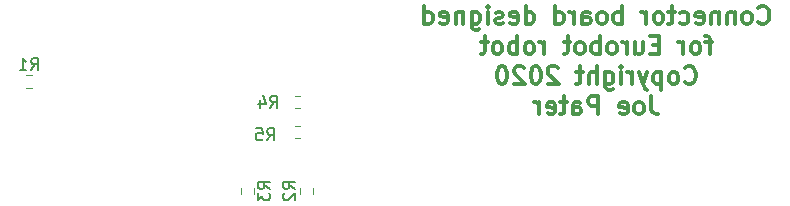
<source format=gbr>
%TF.GenerationSoftware,KiCad,Pcbnew,5.1.8-5.fc33*%
%TF.CreationDate,2020-12-26T13:36:50+00:00*%
%TF.ProjectId,breakout,62726561-6b6f-4757-942e-6b696361645f,rev?*%
%TF.SameCoordinates,Original*%
%TF.FileFunction,Legend,Bot*%
%TF.FilePolarity,Positive*%
%FSLAX46Y46*%
G04 Gerber Fmt 4.6, Leading zero omitted, Abs format (unit mm)*
G04 Created by KiCad (PCBNEW 5.1.8-5.fc33) date 2020-12-26 13:36:50*
%MOMM*%
%LPD*%
G01*
G04 APERTURE LIST*
%ADD10C,0.300000*%
%ADD11C,0.120000*%
%ADD12C,0.150000*%
G04 APERTURE END LIST*
D10*
X164514285Y-118710714D02*
X164585714Y-118782142D01*
X164800000Y-118853571D01*
X164942857Y-118853571D01*
X165157142Y-118782142D01*
X165300000Y-118639285D01*
X165371428Y-118496428D01*
X165442857Y-118210714D01*
X165442857Y-117996428D01*
X165371428Y-117710714D01*
X165300000Y-117567857D01*
X165157142Y-117425000D01*
X164942857Y-117353571D01*
X164800000Y-117353571D01*
X164585714Y-117425000D01*
X164514285Y-117496428D01*
X163657142Y-118853571D02*
X163800000Y-118782142D01*
X163871428Y-118710714D01*
X163942857Y-118567857D01*
X163942857Y-118139285D01*
X163871428Y-117996428D01*
X163800000Y-117925000D01*
X163657142Y-117853571D01*
X163442857Y-117853571D01*
X163300000Y-117925000D01*
X163228571Y-117996428D01*
X163157142Y-118139285D01*
X163157142Y-118567857D01*
X163228571Y-118710714D01*
X163300000Y-118782142D01*
X163442857Y-118853571D01*
X163657142Y-118853571D01*
X162514285Y-117853571D02*
X162514285Y-118853571D01*
X162514285Y-117996428D02*
X162442857Y-117925000D01*
X162300000Y-117853571D01*
X162085714Y-117853571D01*
X161942857Y-117925000D01*
X161871428Y-118067857D01*
X161871428Y-118853571D01*
X161157142Y-117853571D02*
X161157142Y-118853571D01*
X161157142Y-117996428D02*
X161085714Y-117925000D01*
X160942857Y-117853571D01*
X160728571Y-117853571D01*
X160585714Y-117925000D01*
X160514285Y-118067857D01*
X160514285Y-118853571D01*
X159228571Y-118782142D02*
X159371428Y-118853571D01*
X159657142Y-118853571D01*
X159800000Y-118782142D01*
X159871428Y-118639285D01*
X159871428Y-118067857D01*
X159800000Y-117925000D01*
X159657142Y-117853571D01*
X159371428Y-117853571D01*
X159228571Y-117925000D01*
X159157142Y-118067857D01*
X159157142Y-118210714D01*
X159871428Y-118353571D01*
X157871428Y-118782142D02*
X158014285Y-118853571D01*
X158300000Y-118853571D01*
X158442857Y-118782142D01*
X158514285Y-118710714D01*
X158585714Y-118567857D01*
X158585714Y-118139285D01*
X158514285Y-117996428D01*
X158442857Y-117925000D01*
X158300000Y-117853571D01*
X158014285Y-117853571D01*
X157871428Y-117925000D01*
X157442857Y-117853571D02*
X156871428Y-117853571D01*
X157228571Y-117353571D02*
X157228571Y-118639285D01*
X157157142Y-118782142D01*
X157014285Y-118853571D01*
X156871428Y-118853571D01*
X156157142Y-118853571D02*
X156300000Y-118782142D01*
X156371428Y-118710714D01*
X156442857Y-118567857D01*
X156442857Y-118139285D01*
X156371428Y-117996428D01*
X156300000Y-117925000D01*
X156157142Y-117853571D01*
X155942857Y-117853571D01*
X155800000Y-117925000D01*
X155728571Y-117996428D01*
X155657142Y-118139285D01*
X155657142Y-118567857D01*
X155728571Y-118710714D01*
X155800000Y-118782142D01*
X155942857Y-118853571D01*
X156157142Y-118853571D01*
X155014285Y-118853571D02*
X155014285Y-117853571D01*
X155014285Y-118139285D02*
X154942857Y-117996428D01*
X154871428Y-117925000D01*
X154728571Y-117853571D01*
X154585714Y-117853571D01*
X152942857Y-118853571D02*
X152942857Y-117353571D01*
X152942857Y-117925000D02*
X152800000Y-117853571D01*
X152514285Y-117853571D01*
X152371428Y-117925000D01*
X152300000Y-117996428D01*
X152228571Y-118139285D01*
X152228571Y-118567857D01*
X152300000Y-118710714D01*
X152371428Y-118782142D01*
X152514285Y-118853571D01*
X152800000Y-118853571D01*
X152942857Y-118782142D01*
X151371428Y-118853571D02*
X151514285Y-118782142D01*
X151585714Y-118710714D01*
X151657142Y-118567857D01*
X151657142Y-118139285D01*
X151585714Y-117996428D01*
X151514285Y-117925000D01*
X151371428Y-117853571D01*
X151157142Y-117853571D01*
X151014285Y-117925000D01*
X150942857Y-117996428D01*
X150871428Y-118139285D01*
X150871428Y-118567857D01*
X150942857Y-118710714D01*
X151014285Y-118782142D01*
X151157142Y-118853571D01*
X151371428Y-118853571D01*
X149585714Y-118853571D02*
X149585714Y-118067857D01*
X149657142Y-117925000D01*
X149800000Y-117853571D01*
X150085714Y-117853571D01*
X150228571Y-117925000D01*
X149585714Y-118782142D02*
X149728571Y-118853571D01*
X150085714Y-118853571D01*
X150228571Y-118782142D01*
X150300000Y-118639285D01*
X150300000Y-118496428D01*
X150228571Y-118353571D01*
X150085714Y-118282142D01*
X149728571Y-118282142D01*
X149585714Y-118210714D01*
X148871428Y-118853571D02*
X148871428Y-117853571D01*
X148871428Y-118139285D02*
X148800000Y-117996428D01*
X148728571Y-117925000D01*
X148585714Y-117853571D01*
X148442857Y-117853571D01*
X147300000Y-118853571D02*
X147300000Y-117353571D01*
X147300000Y-118782142D02*
X147442857Y-118853571D01*
X147728571Y-118853571D01*
X147871428Y-118782142D01*
X147942857Y-118710714D01*
X148014285Y-118567857D01*
X148014285Y-118139285D01*
X147942857Y-117996428D01*
X147871428Y-117925000D01*
X147728571Y-117853571D01*
X147442857Y-117853571D01*
X147300000Y-117925000D01*
X144800000Y-118853571D02*
X144800000Y-117353571D01*
X144800000Y-118782142D02*
X144942857Y-118853571D01*
X145228571Y-118853571D01*
X145371428Y-118782142D01*
X145442857Y-118710714D01*
X145514285Y-118567857D01*
X145514285Y-118139285D01*
X145442857Y-117996428D01*
X145371428Y-117925000D01*
X145228571Y-117853571D01*
X144942857Y-117853571D01*
X144800000Y-117925000D01*
X143514285Y-118782142D02*
X143657142Y-118853571D01*
X143942857Y-118853571D01*
X144085714Y-118782142D01*
X144157142Y-118639285D01*
X144157142Y-118067857D01*
X144085714Y-117925000D01*
X143942857Y-117853571D01*
X143657142Y-117853571D01*
X143514285Y-117925000D01*
X143442857Y-118067857D01*
X143442857Y-118210714D01*
X144157142Y-118353571D01*
X142871428Y-118782142D02*
X142728571Y-118853571D01*
X142442857Y-118853571D01*
X142300000Y-118782142D01*
X142228571Y-118639285D01*
X142228571Y-118567857D01*
X142300000Y-118425000D01*
X142442857Y-118353571D01*
X142657142Y-118353571D01*
X142800000Y-118282142D01*
X142871428Y-118139285D01*
X142871428Y-118067857D01*
X142800000Y-117925000D01*
X142657142Y-117853571D01*
X142442857Y-117853571D01*
X142300000Y-117925000D01*
X141585714Y-118853571D02*
X141585714Y-117853571D01*
X141585714Y-117353571D02*
X141657142Y-117425000D01*
X141585714Y-117496428D01*
X141514285Y-117425000D01*
X141585714Y-117353571D01*
X141585714Y-117496428D01*
X140228571Y-117853571D02*
X140228571Y-119067857D01*
X140300000Y-119210714D01*
X140371428Y-119282142D01*
X140514285Y-119353571D01*
X140728571Y-119353571D01*
X140871428Y-119282142D01*
X140228571Y-118782142D02*
X140371428Y-118853571D01*
X140657142Y-118853571D01*
X140800000Y-118782142D01*
X140871428Y-118710714D01*
X140942857Y-118567857D01*
X140942857Y-118139285D01*
X140871428Y-117996428D01*
X140800000Y-117925000D01*
X140657142Y-117853571D01*
X140371428Y-117853571D01*
X140228571Y-117925000D01*
X139514285Y-117853571D02*
X139514285Y-118853571D01*
X139514285Y-117996428D02*
X139442857Y-117925000D01*
X139300000Y-117853571D01*
X139085714Y-117853571D01*
X138942857Y-117925000D01*
X138871428Y-118067857D01*
X138871428Y-118853571D01*
X137585714Y-118782142D02*
X137728571Y-118853571D01*
X138014285Y-118853571D01*
X138157142Y-118782142D01*
X138228571Y-118639285D01*
X138228571Y-118067857D01*
X138157142Y-117925000D01*
X138014285Y-117853571D01*
X137728571Y-117853571D01*
X137585714Y-117925000D01*
X137514285Y-118067857D01*
X137514285Y-118210714D01*
X138228571Y-118353571D01*
X136228571Y-118853571D02*
X136228571Y-117353571D01*
X136228571Y-118782142D02*
X136371428Y-118853571D01*
X136657142Y-118853571D01*
X136800000Y-118782142D01*
X136871428Y-118710714D01*
X136942857Y-118567857D01*
X136942857Y-118139285D01*
X136871428Y-117996428D01*
X136800000Y-117925000D01*
X136657142Y-117853571D01*
X136371428Y-117853571D01*
X136228571Y-117925000D01*
X160585714Y-120403571D02*
X160014285Y-120403571D01*
X160371428Y-121403571D02*
X160371428Y-120117857D01*
X160300000Y-119975000D01*
X160157142Y-119903571D01*
X160014285Y-119903571D01*
X159300000Y-121403571D02*
X159442857Y-121332142D01*
X159514285Y-121260714D01*
X159585714Y-121117857D01*
X159585714Y-120689285D01*
X159514285Y-120546428D01*
X159442857Y-120475000D01*
X159300000Y-120403571D01*
X159085714Y-120403571D01*
X158942857Y-120475000D01*
X158871428Y-120546428D01*
X158800000Y-120689285D01*
X158800000Y-121117857D01*
X158871428Y-121260714D01*
X158942857Y-121332142D01*
X159085714Y-121403571D01*
X159300000Y-121403571D01*
X158157142Y-121403571D02*
X158157142Y-120403571D01*
X158157142Y-120689285D02*
X158085714Y-120546428D01*
X158014285Y-120475000D01*
X157871428Y-120403571D01*
X157728571Y-120403571D01*
X156085714Y-120617857D02*
X155585714Y-120617857D01*
X155371428Y-121403571D02*
X156085714Y-121403571D01*
X156085714Y-119903571D01*
X155371428Y-119903571D01*
X154085714Y-120403571D02*
X154085714Y-121403571D01*
X154728571Y-120403571D02*
X154728571Y-121189285D01*
X154657142Y-121332142D01*
X154514285Y-121403571D01*
X154300000Y-121403571D01*
X154157142Y-121332142D01*
X154085714Y-121260714D01*
X153371428Y-121403571D02*
X153371428Y-120403571D01*
X153371428Y-120689285D02*
X153300000Y-120546428D01*
X153228571Y-120475000D01*
X153085714Y-120403571D01*
X152942857Y-120403571D01*
X152228571Y-121403571D02*
X152371428Y-121332142D01*
X152442857Y-121260714D01*
X152514285Y-121117857D01*
X152514285Y-120689285D01*
X152442857Y-120546428D01*
X152371428Y-120475000D01*
X152228571Y-120403571D01*
X152014285Y-120403571D01*
X151871428Y-120475000D01*
X151800000Y-120546428D01*
X151728571Y-120689285D01*
X151728571Y-121117857D01*
X151800000Y-121260714D01*
X151871428Y-121332142D01*
X152014285Y-121403571D01*
X152228571Y-121403571D01*
X151085714Y-121403571D02*
X151085714Y-119903571D01*
X151085714Y-120475000D02*
X150942857Y-120403571D01*
X150657142Y-120403571D01*
X150514285Y-120475000D01*
X150442857Y-120546428D01*
X150371428Y-120689285D01*
X150371428Y-121117857D01*
X150442857Y-121260714D01*
X150514285Y-121332142D01*
X150657142Y-121403571D01*
X150942857Y-121403571D01*
X151085714Y-121332142D01*
X149514285Y-121403571D02*
X149657142Y-121332142D01*
X149728571Y-121260714D01*
X149800000Y-121117857D01*
X149800000Y-120689285D01*
X149728571Y-120546428D01*
X149657142Y-120475000D01*
X149514285Y-120403571D01*
X149300000Y-120403571D01*
X149157142Y-120475000D01*
X149085714Y-120546428D01*
X149014285Y-120689285D01*
X149014285Y-121117857D01*
X149085714Y-121260714D01*
X149157142Y-121332142D01*
X149300000Y-121403571D01*
X149514285Y-121403571D01*
X148585714Y-120403571D02*
X148014285Y-120403571D01*
X148371428Y-119903571D02*
X148371428Y-121189285D01*
X148300000Y-121332142D01*
X148157142Y-121403571D01*
X148014285Y-121403571D01*
X146371428Y-121403571D02*
X146371428Y-120403571D01*
X146371428Y-120689285D02*
X146300000Y-120546428D01*
X146228571Y-120475000D01*
X146085714Y-120403571D01*
X145942857Y-120403571D01*
X145228571Y-121403571D02*
X145371428Y-121332142D01*
X145442857Y-121260714D01*
X145514285Y-121117857D01*
X145514285Y-120689285D01*
X145442857Y-120546428D01*
X145371428Y-120475000D01*
X145228571Y-120403571D01*
X145014285Y-120403571D01*
X144871428Y-120475000D01*
X144800000Y-120546428D01*
X144728571Y-120689285D01*
X144728571Y-121117857D01*
X144800000Y-121260714D01*
X144871428Y-121332142D01*
X145014285Y-121403571D01*
X145228571Y-121403571D01*
X144085714Y-121403571D02*
X144085714Y-119903571D01*
X144085714Y-120475000D02*
X143942857Y-120403571D01*
X143657142Y-120403571D01*
X143514285Y-120475000D01*
X143442857Y-120546428D01*
X143371428Y-120689285D01*
X143371428Y-121117857D01*
X143442857Y-121260714D01*
X143514285Y-121332142D01*
X143657142Y-121403571D01*
X143942857Y-121403571D01*
X144085714Y-121332142D01*
X142514285Y-121403571D02*
X142657142Y-121332142D01*
X142728571Y-121260714D01*
X142800000Y-121117857D01*
X142800000Y-120689285D01*
X142728571Y-120546428D01*
X142657142Y-120475000D01*
X142514285Y-120403571D01*
X142300000Y-120403571D01*
X142157142Y-120475000D01*
X142085714Y-120546428D01*
X142014285Y-120689285D01*
X142014285Y-121117857D01*
X142085714Y-121260714D01*
X142157142Y-121332142D01*
X142300000Y-121403571D01*
X142514285Y-121403571D01*
X141585714Y-120403571D02*
X141014285Y-120403571D01*
X141371428Y-119903571D02*
X141371428Y-121189285D01*
X141300000Y-121332142D01*
X141157142Y-121403571D01*
X141014285Y-121403571D01*
X158300000Y-123810714D02*
X158371428Y-123882142D01*
X158585714Y-123953571D01*
X158728571Y-123953571D01*
X158942857Y-123882142D01*
X159085714Y-123739285D01*
X159157142Y-123596428D01*
X159228571Y-123310714D01*
X159228571Y-123096428D01*
X159157142Y-122810714D01*
X159085714Y-122667857D01*
X158942857Y-122525000D01*
X158728571Y-122453571D01*
X158585714Y-122453571D01*
X158371428Y-122525000D01*
X158300000Y-122596428D01*
X157442857Y-123953571D02*
X157585714Y-123882142D01*
X157657142Y-123810714D01*
X157728571Y-123667857D01*
X157728571Y-123239285D01*
X157657142Y-123096428D01*
X157585714Y-123025000D01*
X157442857Y-122953571D01*
X157228571Y-122953571D01*
X157085714Y-123025000D01*
X157014285Y-123096428D01*
X156942857Y-123239285D01*
X156942857Y-123667857D01*
X157014285Y-123810714D01*
X157085714Y-123882142D01*
X157228571Y-123953571D01*
X157442857Y-123953571D01*
X156300000Y-122953571D02*
X156300000Y-124453571D01*
X156300000Y-123025000D02*
X156157142Y-122953571D01*
X155871428Y-122953571D01*
X155728571Y-123025000D01*
X155657142Y-123096428D01*
X155585714Y-123239285D01*
X155585714Y-123667857D01*
X155657142Y-123810714D01*
X155728571Y-123882142D01*
X155871428Y-123953571D01*
X156157142Y-123953571D01*
X156300000Y-123882142D01*
X155085714Y-122953571D02*
X154728571Y-123953571D01*
X154371428Y-122953571D02*
X154728571Y-123953571D01*
X154871428Y-124310714D01*
X154942857Y-124382142D01*
X155085714Y-124453571D01*
X153800000Y-123953571D02*
X153800000Y-122953571D01*
X153800000Y-123239285D02*
X153728571Y-123096428D01*
X153657142Y-123025000D01*
X153514285Y-122953571D01*
X153371428Y-122953571D01*
X152871428Y-123953571D02*
X152871428Y-122953571D01*
X152871428Y-122453571D02*
X152942857Y-122525000D01*
X152871428Y-122596428D01*
X152800000Y-122525000D01*
X152871428Y-122453571D01*
X152871428Y-122596428D01*
X151514285Y-122953571D02*
X151514285Y-124167857D01*
X151585714Y-124310714D01*
X151657142Y-124382142D01*
X151800000Y-124453571D01*
X152014285Y-124453571D01*
X152157142Y-124382142D01*
X151514285Y-123882142D02*
X151657142Y-123953571D01*
X151942857Y-123953571D01*
X152085714Y-123882142D01*
X152157142Y-123810714D01*
X152228571Y-123667857D01*
X152228571Y-123239285D01*
X152157142Y-123096428D01*
X152085714Y-123025000D01*
X151942857Y-122953571D01*
X151657142Y-122953571D01*
X151514285Y-123025000D01*
X150800000Y-123953571D02*
X150800000Y-122453571D01*
X150157142Y-123953571D02*
X150157142Y-123167857D01*
X150228571Y-123025000D01*
X150371428Y-122953571D01*
X150585714Y-122953571D01*
X150728571Y-123025000D01*
X150800000Y-123096428D01*
X149657142Y-122953571D02*
X149085714Y-122953571D01*
X149442857Y-122453571D02*
X149442857Y-123739285D01*
X149371428Y-123882142D01*
X149228571Y-123953571D01*
X149085714Y-123953571D01*
X147514285Y-122596428D02*
X147442857Y-122525000D01*
X147300000Y-122453571D01*
X146942857Y-122453571D01*
X146800000Y-122525000D01*
X146728571Y-122596428D01*
X146657142Y-122739285D01*
X146657142Y-122882142D01*
X146728571Y-123096428D01*
X147585714Y-123953571D01*
X146657142Y-123953571D01*
X145728571Y-122453571D02*
X145585714Y-122453571D01*
X145442857Y-122525000D01*
X145371428Y-122596428D01*
X145300000Y-122739285D01*
X145228571Y-123025000D01*
X145228571Y-123382142D01*
X145300000Y-123667857D01*
X145371428Y-123810714D01*
X145442857Y-123882142D01*
X145585714Y-123953571D01*
X145728571Y-123953571D01*
X145871428Y-123882142D01*
X145942857Y-123810714D01*
X146014285Y-123667857D01*
X146085714Y-123382142D01*
X146085714Y-123025000D01*
X146014285Y-122739285D01*
X145942857Y-122596428D01*
X145871428Y-122525000D01*
X145728571Y-122453571D01*
X144657142Y-122596428D02*
X144585714Y-122525000D01*
X144442857Y-122453571D01*
X144085714Y-122453571D01*
X143942857Y-122525000D01*
X143871428Y-122596428D01*
X143800000Y-122739285D01*
X143800000Y-122882142D01*
X143871428Y-123096428D01*
X144728571Y-123953571D01*
X143800000Y-123953571D01*
X142871428Y-122453571D02*
X142728571Y-122453571D01*
X142585714Y-122525000D01*
X142514285Y-122596428D01*
X142442857Y-122739285D01*
X142371428Y-123025000D01*
X142371428Y-123382142D01*
X142442857Y-123667857D01*
X142514285Y-123810714D01*
X142585714Y-123882142D01*
X142728571Y-123953571D01*
X142871428Y-123953571D01*
X143014285Y-123882142D01*
X143085714Y-123810714D01*
X143157142Y-123667857D01*
X143228571Y-123382142D01*
X143228571Y-123025000D01*
X143157142Y-122739285D01*
X143085714Y-122596428D01*
X143014285Y-122525000D01*
X142871428Y-122453571D01*
X155442857Y-125003571D02*
X155442857Y-126075000D01*
X155514285Y-126289285D01*
X155657142Y-126432142D01*
X155871428Y-126503571D01*
X156014285Y-126503571D01*
X154514285Y-126503571D02*
X154657142Y-126432142D01*
X154728571Y-126360714D01*
X154800000Y-126217857D01*
X154800000Y-125789285D01*
X154728571Y-125646428D01*
X154657142Y-125575000D01*
X154514285Y-125503571D01*
X154300000Y-125503571D01*
X154157142Y-125575000D01*
X154085714Y-125646428D01*
X154014285Y-125789285D01*
X154014285Y-126217857D01*
X154085714Y-126360714D01*
X154157142Y-126432142D01*
X154300000Y-126503571D01*
X154514285Y-126503571D01*
X152800000Y-126432142D02*
X152942857Y-126503571D01*
X153228571Y-126503571D01*
X153371428Y-126432142D01*
X153442857Y-126289285D01*
X153442857Y-125717857D01*
X153371428Y-125575000D01*
X153228571Y-125503571D01*
X152942857Y-125503571D01*
X152800000Y-125575000D01*
X152728571Y-125717857D01*
X152728571Y-125860714D01*
X153442857Y-126003571D01*
X150942857Y-126503571D02*
X150942857Y-125003571D01*
X150371428Y-125003571D01*
X150228571Y-125075000D01*
X150157142Y-125146428D01*
X150085714Y-125289285D01*
X150085714Y-125503571D01*
X150157142Y-125646428D01*
X150228571Y-125717857D01*
X150371428Y-125789285D01*
X150942857Y-125789285D01*
X148800000Y-126503571D02*
X148800000Y-125717857D01*
X148871428Y-125575000D01*
X149014285Y-125503571D01*
X149300000Y-125503571D01*
X149442857Y-125575000D01*
X148800000Y-126432142D02*
X148942857Y-126503571D01*
X149300000Y-126503571D01*
X149442857Y-126432142D01*
X149514285Y-126289285D01*
X149514285Y-126146428D01*
X149442857Y-126003571D01*
X149300000Y-125932142D01*
X148942857Y-125932142D01*
X148800000Y-125860714D01*
X148300000Y-125503571D02*
X147728571Y-125503571D01*
X148085714Y-125003571D02*
X148085714Y-126289285D01*
X148014285Y-126432142D01*
X147871428Y-126503571D01*
X147728571Y-126503571D01*
X146657142Y-126432142D02*
X146800000Y-126503571D01*
X147085714Y-126503571D01*
X147228571Y-126432142D01*
X147300000Y-126289285D01*
X147300000Y-125717857D01*
X147228571Y-125575000D01*
X147085714Y-125503571D01*
X146800000Y-125503571D01*
X146657142Y-125575000D01*
X146585714Y-125717857D01*
X146585714Y-125860714D01*
X147300000Y-126003571D01*
X145942857Y-126503571D02*
X145942857Y-125503571D01*
X145942857Y-125789285D02*
X145871428Y-125646428D01*
X145800000Y-125575000D01*
X145657142Y-125503571D01*
X145514285Y-125503571D01*
D11*
%TO.C,R5*%
X125737258Y-128522500D02*
X125262742Y-128522500D01*
X125737258Y-127477500D02*
X125262742Y-127477500D01*
%TO.C,R4*%
X125737258Y-126022500D02*
X125262742Y-126022500D01*
X125737258Y-124977500D02*
X125262742Y-124977500D01*
%TO.C,R3*%
X120727500Y-133237258D02*
X120727500Y-132762742D01*
X121772500Y-133237258D02*
X121772500Y-132762742D01*
%TO.C,R2*%
X126772500Y-132762742D02*
X126772500Y-133237258D01*
X125727500Y-132762742D02*
X125727500Y-133237258D01*
%TO.C,R1*%
X102987258Y-124272500D02*
X102512742Y-124272500D01*
X102987258Y-123227500D02*
X102512742Y-123227500D01*
%TO.C,R5*%
D12*
X122916666Y-128702380D02*
X123250000Y-128226190D01*
X123488095Y-128702380D02*
X123488095Y-127702380D01*
X123107142Y-127702380D01*
X123011904Y-127750000D01*
X122964285Y-127797619D01*
X122916666Y-127892857D01*
X122916666Y-128035714D01*
X122964285Y-128130952D01*
X123011904Y-128178571D01*
X123107142Y-128226190D01*
X123488095Y-128226190D01*
X122011904Y-127702380D02*
X122488095Y-127702380D01*
X122535714Y-128178571D01*
X122488095Y-128130952D01*
X122392857Y-128083333D01*
X122154761Y-128083333D01*
X122059523Y-128130952D01*
X122011904Y-128178571D01*
X121964285Y-128273809D01*
X121964285Y-128511904D01*
X122011904Y-128607142D01*
X122059523Y-128654761D01*
X122154761Y-128702380D01*
X122392857Y-128702380D01*
X122488095Y-128654761D01*
X122535714Y-128607142D01*
%TO.C,R4*%
X123166666Y-125952380D02*
X123500000Y-125476190D01*
X123738095Y-125952380D02*
X123738095Y-124952380D01*
X123357142Y-124952380D01*
X123261904Y-125000000D01*
X123214285Y-125047619D01*
X123166666Y-125142857D01*
X123166666Y-125285714D01*
X123214285Y-125380952D01*
X123261904Y-125428571D01*
X123357142Y-125476190D01*
X123738095Y-125476190D01*
X122309523Y-125285714D02*
X122309523Y-125952380D01*
X122547619Y-124904761D02*
X122785714Y-125619047D01*
X122166666Y-125619047D01*
%TO.C,R3*%
X123132380Y-132833333D02*
X122656190Y-132500000D01*
X123132380Y-132261904D02*
X122132380Y-132261904D01*
X122132380Y-132642857D01*
X122180000Y-132738095D01*
X122227619Y-132785714D01*
X122322857Y-132833333D01*
X122465714Y-132833333D01*
X122560952Y-132785714D01*
X122608571Y-132738095D01*
X122656190Y-132642857D01*
X122656190Y-132261904D01*
X122132380Y-133166666D02*
X122132380Y-133785714D01*
X122513333Y-133452380D01*
X122513333Y-133595238D01*
X122560952Y-133690476D01*
X122608571Y-133738095D01*
X122703809Y-133785714D01*
X122941904Y-133785714D01*
X123037142Y-133738095D01*
X123084761Y-133690476D01*
X123132380Y-133595238D01*
X123132380Y-133309523D01*
X123084761Y-133214285D01*
X123037142Y-133166666D01*
%TO.C,R2*%
X125272380Y-132833333D02*
X124796190Y-132500000D01*
X125272380Y-132261904D02*
X124272380Y-132261904D01*
X124272380Y-132642857D01*
X124320000Y-132738095D01*
X124367619Y-132785714D01*
X124462857Y-132833333D01*
X124605714Y-132833333D01*
X124700952Y-132785714D01*
X124748571Y-132738095D01*
X124796190Y-132642857D01*
X124796190Y-132261904D01*
X124367619Y-133214285D02*
X124320000Y-133261904D01*
X124272380Y-133357142D01*
X124272380Y-133595238D01*
X124320000Y-133690476D01*
X124367619Y-133738095D01*
X124462857Y-133785714D01*
X124558095Y-133785714D01*
X124700952Y-133738095D01*
X125272380Y-133166666D01*
X125272380Y-133785714D01*
%TO.C,R1*%
X102916666Y-122772380D02*
X103250000Y-122296190D01*
X103488095Y-122772380D02*
X103488095Y-121772380D01*
X103107142Y-121772380D01*
X103011904Y-121820000D01*
X102964285Y-121867619D01*
X102916666Y-121962857D01*
X102916666Y-122105714D01*
X102964285Y-122200952D01*
X103011904Y-122248571D01*
X103107142Y-122296190D01*
X103488095Y-122296190D01*
X101964285Y-122772380D02*
X102535714Y-122772380D01*
X102250000Y-122772380D02*
X102250000Y-121772380D01*
X102345238Y-121915238D01*
X102440476Y-122010476D01*
X102535714Y-122058095D01*
%TD*%
M02*

</source>
